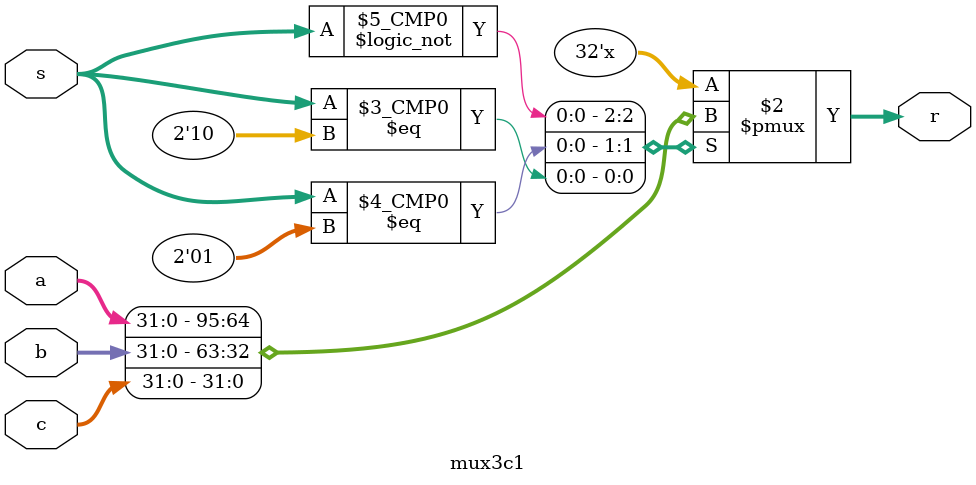
<source format=v>
`timescale 1ns / 1ps
module mux3c1 #(parameter WIDTH = 32)(a,b,c,s,r);
    input wire[WIDTH-1:0] a;
    input wire[WIDTH-1:0] b;
	 input wire[WIDTH-1:0] c;
    input wire[1:0]s;
    output reg[WIDTH-1:0] r;
    always@(*)
	 begin
		case(s)
		2'b00:r<=a;
		2'b01:r<=b;
		2'b10:r<=c;
		endcase
	 end
endmodule

</source>
